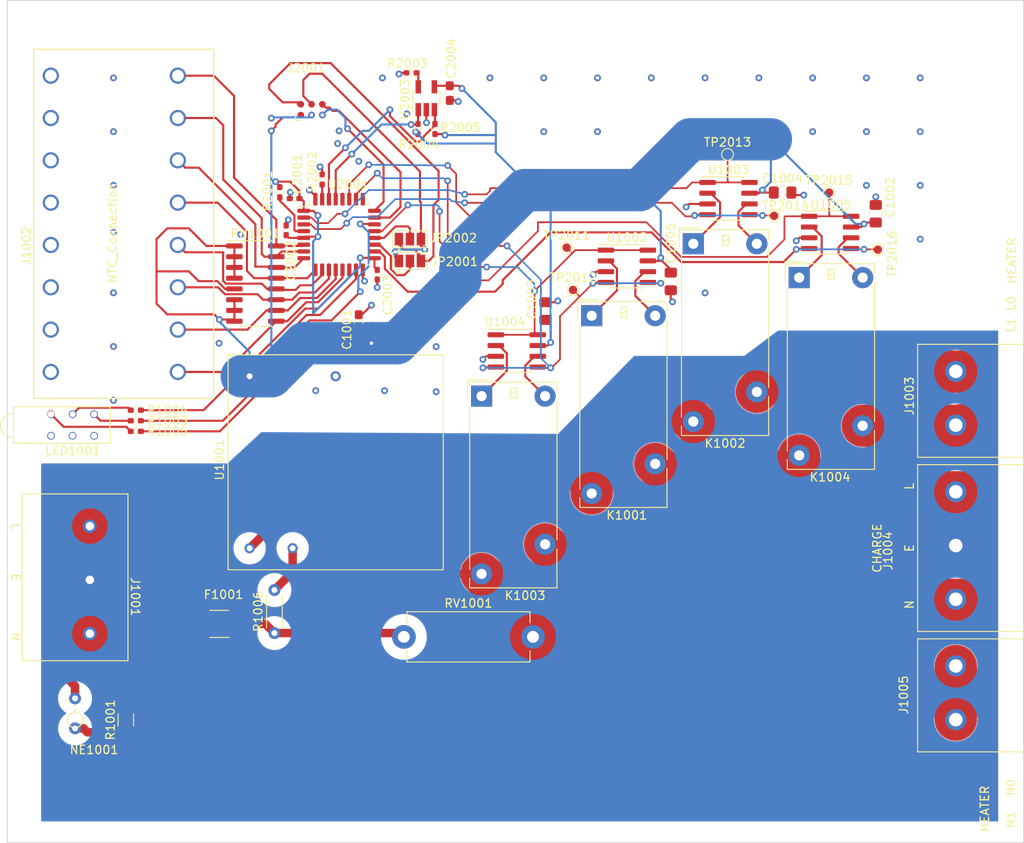
<source format=kicad_pcb>
(kicad_pcb (version 20211014) (generator pcbnew)
  (layers (0 "F.Cu" signal) (1 "In1.Cu" power) (2 "In2.Cu" power) (31 "B.Cu" signal) (34 "B.Paste" user) (35 "F.Paste" user) (36 "B.SilkS" user "B.Silkscreen") (37 "F.SilkS" user "F.Silkscreen") (38 "B.Mask" user) (39 "F.Mask" user) (44 "Edge.Cuts" user))
  (net 0 "")
  (net 1 "+3V3")
  (net 2 "GND")
  (net 3 "/L_IN")
  (net 4 "/E_GND_IN")
  (net 5 "/N_IN")
  (net 6 "/L_HEATER0")
  (net 7 "/L_HEATER1")
  (net 8 "/L_OUT")
  (net 9 "/N_OUT")
  (net 10 "/MCU/UART_TX")
  (net 11 "/MCU/UART_RX")
  (net 12 "/MCU/SWDCLK")
  (net 13 "/MCU/SWDIO")
  (net 14 "/MCU/MCU_RX")
  (net 15 "/MCU/MCU_TX")
  (net 16 "Net-(K1001-Pad1)")
  (net 17 "Net-(K1003-Pad1)")
  (net 18 "Net-(LED1001-Pad2)")
  (net 19 "Net-(LED1001-Pad4)")
  (net 20 "Net-(LED1001-Pad6)")
  (net 21 "/R")
  (net 22 "/Y")
  (net 23 "/G")
  (net 24 "Net-(R2001-Pad2)")
  (net 25 "Net-(R2002-Pad1)")
  (net 26 "Net-(R2003-Pad1)")
  (net 27 "/MCU/I2C_SCL")
  (net 28 "/MCU/I2C_SDA")
  (net 29 "/MCU/NTC0")
  (net 30 "/MCU/NTC1")
  (net 31 "/MCU/NTC2")
  (net 32 "/MCU/NTC3")
  (net 33 "/MCU/NTC4")
  (net 34 "/MCU/NTC5")
  (net 35 "/MCU/NTC6")
  (net 36 "/MCU/NTC7")
  (net 37 "/_AC_FUSE")
  (net 38 "/_NEON")
  (net 39 "/ACIN_L")
  (net 41 "Net-(K1002-Pad1)")
  (net 42 "Net-(K1001-Pad6)")
  (net 43 "Net-(K1002-Pad6)")
  (net 44 "Net-(K1004-Pad1)")
  (net 45 "Net-(K1003-Pad6)")
  (net 46 "Net-(K1004-Pad6)")
  (net 47 "/CR+")
  (net 48 "/CR-")
  (net 49 "/HR0+")
  (net 50 "/HR0-")
  (net 51 "/HR1+")
  (net 52 "/HR1-")
  (footprint "Library:OSTT7030150" (layer "F.Cu") (at 161.99 152.75 90)
    (fp_text reference "J1004")
    (fp_text value "Conn_01x03_Female")
  )
  (footprint "Capacitor_SMD:C_0805_2012Metric_Pad1.18x1.45mm_HandSolder" (layer "F.Cu") (at 113.54 118.7 90)
    (fp_text reference "C1003")
    (fp_text value "2.2uF")
  )
  (footprint "Library:736-108" (layer "F.Cu") (at 55.1406 125.8915 90)
    (fp_text reference "J1002")
    (fp_text value "NTC_Connection")
  )
  (footprint "Library:LD03-23B03R2" (layer "F.Cu") (at 76.0725 149.2625 90)
    (fp_text reference "U1001")
    (fp_text value "LD03-23B03R2")
  )
  (footprint "Resistor_THT:R_Axial_DIN0614_L14.3mm_D5.7mm_P15.24mm_Horizontal" (layer "F.Cu") (at 96.83 157.19)
    (fp_text reference "RV1001")
    (fp_text value "B72214S0351K101")
  )
  (footprint "Capacitor_SMD:C_0603_1608Metric_Pad1.08x0.95mm_HandSolder" (layer "F.Cu") (at 102.2475 92.9425 -90)
    (fp_text reference "C2004")
    (fp_text value "0.1uF")
  )
  (footprint "Package_SO:SOIC-8_3.9x4.9mm_P1.27mm" (layer "F.Cu") (at 123.1575 113.4075)
    (fp_text reference "U1002")
    (fp_text value "DMHC4035LSD")
  )
  (footprint "TestPoint:TestPoint_Pad_D1.0mm" (layer "F.Cu") (at 135.04 100.2)
    (fp_text reference "TP2013")
    (fp_text value "TestPoint")
  )
  (footprint "Library:OSTT7020150" (layer "F.Cu") (at 161.26 166.665 90)
    (fp_text reference "J1005")
    (fp_text value "Conn_01x02_Female")
  )
  (footprint "Library:WP934SA_LILYLGD" (layer "F.Cu") (at 60.2495 133.4285)
    (fp_text reference "LED1001")
    (fp_text value "WP934SA")
  )
  (footprint "Resistor_SMD:R_0402_1005Metric_Pad0.72x0.64mm_HandSolder" (layer "F.Cu") (at 65.1775 130.4075)
    (fp_text reference "R1004")
    (fp_text value "1.1k")
  )
  (footprint "Capacitor_SMD:C_0402_1005Metric_Pad0.74x0.62mm_HandSolder" (layer "F.Cu") (at 83.9275 105.4075 180)
    (fp_text reference "C2001")
    (fp_text value "0.1u")
  )
  (footprint "Connector:Tag-Connect_TC2030-IDC-FP_2x03_P1.27mm_Vertical" (layer "F.Cu") (at 85.9275 94.9075)
    (fp_text reference "J2001")
    (fp_text value "TAG_CONNECT")
  )
  (footprint "TestPoint:TestPoint_Pad_D1.0mm" (layer "F.Cu") (at 116.79 116.2)
    (fp_text reference "TP2012")
    (fp_text value "TestPoint")
  )
  (footprint "Capacitor_SMD:C_0402_1005Metric_Pad0.74x0.62mm_HandSolder" (layer "F.Cu") (at 82.9275 109.1575 90)
    (fp_text reference "C2002")
    (fp_text value "0.1u")
  )
  (footprint "Capacitor_SMD:C_0603_1608Metric_Pad1.08x0.95mm_HandSolder" (layer "F.Cu") (at 91.5 120 90)
    (fp_text reference "C1001")
    (fp_text value "2.2u")
  )
  (footprint "Capacitor_SMD:C_0805_2012Metric_Pad1.18x1.45mm_HandSolder" (layer "F.Cu") (at 128.34 115.2 -90)
    (fp_text reference "C1005")
    (fp_text value "2.2u")
  )
  (footprint "TestPoint:TestPoint_Pad_D1.0mm" (layer "F.Cu") (at 140.54 107.45)
    (fp_text reference "TP2014")
    (fp_text value "TestPoint")
  )
  (footprint "TestPoint:TestPoint_Pad_D1.0mm" (layer "F.Cu") (at 116.04 111.2)
    (fp_text reference "TP2011")
    (fp_text value "TestPoint")
  )
  (footprint "Jumper:SolderJumper-3_P1.3mm_Open_Pad1.0x1.5mm" (layer "F.Cu") (at 97.54 110.2)
    (fp_text reference "JP2002")
    (fp_text value "SolderJumper_3_Open")
  )
  (footprint "Resistor_THT:R_Axial_DIN0204_L3.6mm_D1.6mm_P2.54mm_Vertical" (layer "F.Cu") (at 58 167 90)
    (fp_text reference "NE1001")
    (fp_text value "Lamp_Neon")
  )
  (footprint "Capacitor_SMD:C_0805_2012Metric_Pad1.18x1.45mm_HandSolder" (layer "F.Cu") (at 152.54 107.2 90)
    (fp_text reference "C1002")
    (fp_text value "2.2u")
  )
  (footprint "Package_TO_SOT_SMD:SOT-23-5_HandSoldering" (layer "F.Cu") (at 99.4775 93.5575 90)
    (fp_text reference "U2003")
    (fp_text value "24FC01T")
  )
  (footprint "Resistor_THT:R_Axial_DIN0204_L3.6mm_D1.6mm_P5.08mm_Horizontal" (layer "F.Cu") (at 81.54 156.74 90)
    (fp_text reference "R1006")
    (fp_text value "R")
  )
  (footprint "Relay_THT:Relay_1P1T_NO_10x24x18.8mm_Panasonic_ADW11xxxxW_THT" (layer "F.Cu") (at 119 119.25)
    (fp_text reference "K1001")
    (fp_text value "ADW1103HLW")
  )
  (footprint "Package_SO:SOIC-16_3.9x9.9mm_P1.27mm" (layer "F.Cu") (at 79.29 115.45)
    (fp_text reference "RN1001")
    (fp_text value "R_Pack08")
  )
  (footprint "Library:OSTT7030150" (layer "F.Cu") (at 59.75 144.1075 -90)
    (fp_text reference "J1001")
    (fp_text value "Conn_01x03_Female")
  )
  (footprint "Package_QFP:LQFP-32_7x7mm_P0.8mm" (layer "F.Cu") (at 89.1775 109.6575)
    (fp_text reference "U2001")
    (fp_text value "STM32F030K6Tx")
  )
  (footprint "TestPoint:TestPoint_Pad_D1.0mm" (layer "F.Cu") (at 152.79 111.45)
    (fp_text reference "TP2016")
    (fp_text value "TestPoint")
  )
  (footprint "Capacitor_SMD:C_0402_1005Metric_Pad0.74x0.62mm_HandSolder" (layer "F.Cu") (at 93.6775 114.4075 -90)
    (fp_text reference "C2003")
    (fp_text value "0.1u")
  )
  (footprint "TestPoint:TestPoint_Pad_D1.0mm" (layer "F.Cu") (at 147.04 104.7)
    (fp_text reference "TP2015")
    (fp_text value "TestPoint")
  )
  (footprint "Resistor_SMD:R_0402_1005Metric_Pad0.72x0.64mm_HandSolder" (layer "F.Cu") (at 87.1775 103.1575 90)
    (fp_text reference "R2002")
    (fp_text value "100k")
  )
  (footprint "Resistor_SMD:R_0402_1005Metric_Pad0.72x0.64mm_HandSolder" (layer "F.Cu") (at 65.1775 132.9075)
    (fp_text reference "R1005")
    (fp_text value "1.1k")
  )
  (footprint "Resistor_SMD:R_0402_1005Metric_Pad0.72x0.64mm_HandSolder" (layer "F.Cu") (at 65.1775 131.6575)
    (fp_text reference "R1003")
    (fp_text value "1.1k")
  )
  (footprint "Resistor_SMD:R_0402_1005Metric_Pad0.72x0.64mm_HandSolder" (layer "F.Cu") (at 98.4975 97.1925 90)
    (fp_text reference "R2004")
    (fp_text value "4.7k")
  )
  (footprint "Resistor_SMD:R_1206_3216Metric" (layer "F.Cu") (at 64 167 90)
    (fp_text reference "R1001")
    (fp_text value "33k")
  )
  (footprint "Package_SO:SOIC-8_3.9x4.9mm_P1.27mm" (layer "F.Cu") (at 147.1575 109.4075)
    (fp_text reference "U1005")
    (fp_text value "DMHC4035LSD")
  )
  (footprint "Package_SO:SOIC-8_3.9x4.9mm_P1.27mm" (layer "F.Cu") (at 135.1575 105.4075)
    (fp_text reference "U1003")
    (fp_text value "DMHC4035LSD")
  )
  (footprint "Library:OSTT7020150" (layer "F.Cu") (at 161.26 131.865 90)
    (fp_text reference "J1003")
    (fp_text value "Conn_01x02_Female")
  )
  (footprint "Resistor_SMD:R_0402_1005Metric_Pad0.72x0.64mm_HandSolder" (layer "F.Cu") (at 97.7275 90.5575 180)
    (fp_text reference "R2003")
    (fp_text value "0")
  )
  (footprint "Resistor_SMD:R_0402_1005Metric_Pad0.72x0.64mm_HandSolder" (layer "F.Cu") (at 82.1775 104.6575 -90)
    (fp_text reference "R2001")
    (fp_text value "100k")
  )
  (footprint "Library:0680L2000-05" (layer "F.Cu") (at 74.0203 155.6575)
    (fp_text reference "F1001")
    (fp_text value "Fuse")
  )
  (footprint "Jumper:SolderJumper-3_P1.3mm_Open_Pad1.0x1.5mm" (layer "F.Cu") (at 97.54 112.78)
    (fp_text reference "JP2001")
    (fp_text value "SolderJumper_3_Open")
  )
  (footprint "Resistor_SMD:R_0402_1005Metric_Pad0.72x0.64mm_HandSolder" (layer "F.Cu") (at 100.4975 97.1925 90)
    (fp_text reference "R2005")
    (fp_text value "4.7k")
  )
  (footprint "Package_SO:SOIC-8_3.9x4.9mm_P1.27mm" (layer "F.Cu") (at 110.1575 123.4075)
    (fp_text reference "U1004")
    (fp_text value "DMHC4035LSD")
  )
  (footprint "Relay_THT:Relay_1P1T_NO_10x24x18.8mm_Panasonic_ADW11xxxxW_THT" (layer "F.Cu") (at 143.5 114.75)
    (fp_text reference "K1004")
    (fp_text value "ADW1103HLW")
  )
  (footprint "Relay_THT:Relay_1P1T_NO_10x24x18.8mm_Panasonic_ADW11xxxxW_THT" (layer "F.Cu") (at 131 110.75)
    (fp_text reference "K1002")
    (fp_text value "ADW1103HLW")
  )
  (footprint "Relay_THT:Relay_1P1T_NO_10x24x18.8mm_Panasonic_ADW11xxxxW_THT" (layer "F.Cu") (at 106 128.75)
    (fp_text reference "K1003")
    (fp_text value "ADW1103HLW")
  )
  (footprint "Capacitor_SMD:C_0805_2012Metric_Pad1.18x1.45mm_HandSolder" (layer "F.Cu") (at 141.54 104.7)
    (fp_text reference "C1004")
    (fp_text value "2.2uF")
  )
  (gr_line (start 50 82) (end 50 181.5) (layer "Edge.Cuts") (width 0.1))
  (gr_line (start 50 82) (end 170 82) (layer "Edge.Cuts") (width 0.1))
  (gr_line (start 170 82) (end 170 181.5) (layer "Edge.Cuts") (width 0.1))
  (gr_line (start 50 181.5) (end 170 181.5) (layer "Edge.Cuts") (width 0.1))
  (gr_text "N" (at 156.52 153.38 90) (layer "F.SilkS") (effects (font (size 1 1))))
  (gr_text "L" (at 156.52 139.41 90) (layer "F.SilkS") (effects (font (size 1 1))))
  (gr_text "CHARGE" (at 152.71 146.7 90) (layer "F.SilkS") (effects (font (size 1 1))))
  (gr_text "L0" (at 168.5 117.82 90) (layer "F.SilkS") (effects (font (size 1 1))))
  (gr_text "N" (at 51 157.1575 270) (layer "F.SilkS") (effects (font (size 1 1))))
  (gr_text "N0" (at 168.44 174.97 90) (layer "F.SilkS") (effects (font (size 1 1))))
  (gr_text "E" (at 51 150.1575 270) (layer "F.SilkS") (effects (font (size 1 1))))
  (gr_text "L" (at 51 144.1575 270) (layer "F.SilkS") (effects (font (size 1 1))))
  (gr_text "HEATER" (at 168.5925 112.74 90) (layer "F.SilkS") (effects (font (size 1 1))))
  (gr_text "HEATER" (at 165.41 177.51 90) (layer "F.SilkS") (effects (font (size 1 1))))
  (gr_text "L1" (at 168.5 120.36 90) (layer "F.SilkS") (effects (font (size 1 1))))
  (gr_text "E" (at 156.52 146.7 90) (layer "F.SilkS") (effects (font (size 1 1))))
  (gr_text "N1" (at 168.5 178.78 90) (layer "F.SilkS") (effects (font (size 1 1))))
  (segment (start 76.815 116.085) (end 75.716396 116.085) (width 0.25) (layer "F.Cu") (net 1))
  (segment (start 137.6325 104.7725) (end 137.705 104.7) (width 0.25) (layer "F.Cu") (net 1))
  (segment (start 128.34 114.1625) (end 128.34 113.8) (width 0.25) (layer "F.Cu") (net 1))
  (segment (start 127.3125 112.7725) (end 125.6325 112.7725) (width 0.25) (layer "F.Cu") (net 1))
  (segment (start 75.04 119.7) (end 76.62 119.7) (width 0.25) (layer "F.Cu") (net 1))
  (segment (start 93.3525 113.515) (end 93.6775 113.84) (width 0.25) (layer "F.Cu") (net 1))
  (segment (start 114.1575 120.355) (end 113.54 119.7375) (width 0.25) (layer "F.Cu") (net 1))
  (segment (start 76.76 110.95) (end 76.815 111.005) (width 0.25) (layer "F.Cu") (net 1))
  (segment (start 113.7925 122.7725) (end 114.1575 122.4075) (width 0.25) (layer "F.Cu") (net 1))
  (segment (start 98.4975 97.79) (end 98.47027 97.79) (width 0.25) (layer "F.Cu") (net 1))
  (segment (start 151.3275 108.2375) (end 151.1575 108.4075) (width 0.25) (layer "F.Cu") (net 1))
  (segment (start 150.7925 108.7725) (end 151.1575 108.4075) (width 0.25) (layer "F.Cu") (net 1))
  (segment (start 126.7925 112.7725) (end 127.1575 112.4075) (width 0.25) (layer "F.Cu") (net 1))
  (segment (start 76.815 111.005) (end 76.815 112.275) (width 0.25) (layer "F.Cu") (net 1))
  (segment (start 76.815 117.355) (end 76.815 118.625) (width 0.25) (layer "F.Cu") (net 1))
  (segment (start 112.6325 122.7725) (end 113.7925 122.7725) (width 0.25) (layer "F.Cu") (net 1))
  (segment (start 83.4075 103.4075) (end 81.6775 103.4075) (width 0.25) (layer "F.Cu") (net 1))
  (segment (start 83.26 110.0575) (end 82.9275 109.725) (width 0.25) (layer "F.Cu") (net 1))
  (segment (start 67.62 114.01) (end 67.62 117.82) (width 0.25) (layer "F.Cu") (net 1))
  (segment (start 84.6575 95.5425) (end 84.382199 95.817801) (width 0.25) (layer "F.Cu") (net 1))
  (segment (start 86.6775 109.9075) (end 85.1525 109.9075) (width 0.25) (layer "F.Cu") (net 1))
  (segment (start 67.62 117.82) (end 68.89 119.09) (width 0.25) (layer "F.Cu") (net 1))
  (segment (start 102.2475 92.08) (end 103.35 92.08) (width 0.25) (layer "F.Cu") (net 1))
  (segment (start 100.4975 97.79) (end 101.56 97.79) (width 0.25) (layer "F.Cu") (net 1))
  (segment (start 152.54 108.2375) (end 151.3275 108.2375) (width 0.25) (layer "F.Cu") (net 1))
  (segment (start 76.815 113.545) (end 76.815 114.815) (width 0.25) (layer "F.Cu") (net 1))
  (segment (start 137.705 104.7) (end 140.5025 104.7) (width 0.25) (layer "F.Cu") (net 1))
  (segment (start 84.495 104.495) (end 83.4075 103.4075) (width 0.25) (layer "F.Cu") (net 1))
  (segment (start 68.89 108.93) (end 67.62 110.2) (width 0.25) (layer "F.Cu") (net 1))
  (segment (start 85.0025 106.8575) (end 86.1275 106.8575) (width 0.25) (layer "F.Cu") (net 1))
  (segment (start 76.815 112.275) (end 76.815 113.545) (width 0.25) (layer "F.Cu") (net 1))
  (segment (start 85.1525 109.9075) (end 85.0025 110.0575) (width 0.25) (layer "F.Cu") (net 1))
  (segment (start 67.62 110.2) (end 67.62 114.01) (width 0.25) (layer "F.Cu") (net 1))
  (segment (start 103.35 92.08) (end 103.6775 92.4075) (width 0.25) (layer "F.Cu") (net 1))
  (segment (start 73.505 111.005) (end 71.43 108.93) (width 0.25) (layer "F.Cu") (net 1))
  (segment (start 76.815 111.005) (end 73.505 111.005) (width 0.25) (layer "F.Cu") (net 1))
  (segment (start 149.6325 108.7725) (end 150.7925 108.7725) (width 0.25) (layer "F.Cu") (net 1))
  (segment (start 84.6775 105.4075) (end 85.0025 105.7325) (width 0.25) (layer "F.Cu") (net 1))
  (segment (start 82.1775 104.06) (end 82.1775 103.9075) (width 0.25) (layer "F.Cu") (net 1))
  (segment (start 138.7925 104.7725) (end 139.1575 104.4075) (width 0.25) (layer "F.Cu") (net 1))
  (segment (start 75.716396 116.085) (end 74.798396 115.167) (width 0.25) (layer "F.Cu") (net 1))
  (segment (start 137.6325 104.7725) (end 138.7925 104.7725) (width 0.25) (layer "F.Cu") (net 1))
  (segment (start 74.43 119.09) (end 75.04 119.7) (width 0.25) (layer "F.Cu") (net 1))
  (segment (start 72.587 115.167) (end 71.43 114.01) (width 0.25) (layer "F.Cu") (net 1))
  (segment (start 114.1575 122.4075) (end 114.1575 120.355) (width 0.25) (layer "F.Cu") (net 1))
  (segment (start 68.89 119.09) (end 74.43 119.09) (width 0.25) (layer "F.Cu") (net 1))
  (segment (start 93.3525 112.4575) (end 93.3525 113.515) (width 0.25) (layer "F.Cu") (net 1))
  (segment (start 76.62 119.7) (end 76.815 119.895) (width 0.25) (layer "F.Cu") (net 1))
  (segment (start 85.0025 105.7325) (end 85.0025 106.8575) (width 0.25) (layer "F.Cu") (net 1))
  (segment (start 82.517199 95.817801) (end 81.6775 96.6575) (width 0.25) (layer "F.Cu") (net 1))
  (segment (start 74.798396 115.167) (end 72.587 115.167) (width 0.25) (layer "F.Cu") (net 1))
  (segment (start 91.5 120.8625) (end 91.5 121) (width 0.25) (layer "F.Cu") (net 1))
  (segment (start 98.47027 97.79) (end 98.223696 97.543426) (width 0.25) (layer "F.Cu") (net 1))
  (segment (start 71.43 108.93) (end 68.89 108.93) (width 0.25) (layer "F.Cu") (net 1))
  (segment (start 84.495 105.4075) (end 84.495 104.495) (width 0.25) (layer "F.Cu") (net 1))
  (segment (start 76.815 118.625) (end 76.815 119.895) (width 0.25) (layer "F.Cu") (net 1))
  (segment (start 128.34 113.8) (end 127.3125 112.7725) (width 0.25) (layer "F.Cu") (net 1))
  (segment (start 86.1275 106.8575) (end 86.6775 107.4075) (width 0.25) (layer "F.Cu") (net 1))
  (segment (start 101.56 97.79) (end 101.6775 97.9075) (width 0.25) (layer "F.Cu") (net 1))
  (segment (start 100.555 92.08) (end 100.4275 92.2075) (width 0.25) (layer "F.Cu") (net 1))
  (segment (start 81.6775 96.6575) (end 81.6775 96.9075) (width 0.25) (layer "F.Cu") (net 1))
  (segment (start 85.0025 110.0575) (end 83.26 110.0575) (width 0.25) (layer "F.Cu") (net 1))
  (segment (start 91.6775 112.4075) (end 93.3025 112.4075) (width 0.25) (layer "F.Cu") (net 1))
  (segment (start 91.5 121) (end 93 122.5) (width 0.25) (layer "F.Cu") (net 1))
  (segment (start 93.3025 112.4075) (end 93.3525 112.4575) (width 0.25) (layer "F.Cu") (net 1))
  (segment (start 82.1775 103.9075) (end 81.6775 103.4075) (width 0.25) (layer "F.Cu") (net 1))
  (segment (start 81.6775 96.9075) (end 81.1775 97.4075) (width 0.25) (layer "F.Cu") (net 1))
  (segment (start 84.495 105.4075) (end 84.6775 105.4075) (width 0.25) (layer "F.Cu") (net 1))
  (segment (start 125.6325 112.7725) (end 126.7925 112.7725) (width 0.25) (layer "F.Cu") (net 1))
  (segment (start 102.2475 92.08) (end 100.555 92.08) (width 0.25) (layer "F.Cu") (net 1))
  (segment (start 71.43 114.01) (end 67.62 114.01) (width 0.25) (layer "F.Cu") (net 1))
  (segment (start 84.382199 95.817801) (end 82.517199 95.817801) (width 0.25) (layer "F.Cu") (net 1))
  (via (at 98.223696 97.543426) (size 0.8) (drill 0.4) (layers "F.Cu" "B.Cu") (net 1))
  (via (at 103.6775 92.4075) (size 0.8) (drill 0.4) (layers "F.Cu" "B.Cu") (net 1))
  (via (at 127.1575 112.4075) (size 0.8) (drill 0.4) (layers "F.Cu" "B.Cu") (net 1))
  (via (at 151.1575 108.4075) (size 0.8) (drill 0.4) (layers "F.Cu" "B.Cu") (net 1))
  (via (at 81.1775 97.4075) (size 0.8) (drill 0.4) (layers "F.Cu" "B.Cu") (net 1))
  (via (at 114.1575 122.4075) (size 0.8) (drill 0.4) (layers "F.Cu" "B.Cu") (net 1))
  (via (at 75.04 119.7) (size 0.8) (drill 0.4) (layers "F.Cu" "B.Cu") (net 1))
  (via (at 139.1575 104.4075) (size 0.8) (drill 0.4) (layers "F.Cu" "B.Cu") (net 1))
  (via (at 101.6775 97.9075) (size 0.8) (drill 0.4) (layers "F.Cu" "B.Cu") (net 1))
  (via (at 81.6775 103.4075) (size 0.8) (drill 0.4) (layers "F.Cu" "B.Cu") (net 1))
  (via (at 91.6775 112.4075) (size 0.8) (drill 0.4) (layers "F.Cu" "B.Cu") (net 1))
  (via (at 86.6775 107.4075) (size 0.8) (drill 0.4) (layers "F.Cu" "B.Cu") (net 1))
  (via (at 93 122.5) (size 0.8) (drill 0.4) (layers "F.Cu" "B.Cu") (net 1))
  (via (at 86.6775 109.9075) (size 0.8) (drill 0.4) (layers "F.Cu" "B.Cu") (net 1))
  (segment (start 81.6775 103.4075) (end 81.1775 103.4075) (width 0.25) (layer "B.Cu") (net 1))
  (segment (start 114.1575 122.4075) (end 114.1575 106.4075) (width 0.25) (layer "B.Cu") (net 1))
  (segment (start 107.6775 97.9075) (end 107.6775 96.4075) (width 0.25) (layer "B.Cu") (net 1))
  (segment (start 86.1125 118.9725) (end 91.6775 113.4075) (width 0.25) (layer "B.Cu") (net 1))
  (segment (start 103.5 112) (end 103.5 115) (width 5) (layer "B.Cu") (net 1))
  (segment (start 78.6125 126.4025) (end 78.6125 123.5225) (width 0.25) (layer "B.Cu") (net 1))
  (segment (start 75.04 119.95) (end 75.04 119.7) (width 0.25) (layer "B.Cu") (net 1))
  (segment (start 81.1775 97.4075) (end 81.1775 103.4075) (width 0.25) (layer "B.Cu") (net 1))
  (segment (start 86.1125 110.4725) (end 86.6775 109.9075) (width 0.25) (layer "B.Cu") (net 1))
  (segment (start 96 122.5) (end 93 122.5) (width 5) (layer "B.Cu") (net 1))
  (segment (start 124.6575 104.4075) (end 127.1575 106.9075) (width 0.25) (layer "B.Cu") (net 1))
  (segment (start 81.1775 126.3975) (end 81.1825 126.4025) (width 0.25) (layer "B.Cu") (net 1))
  (segment (start 93 122.5) (end 85.085 122.5) (width 5) (layer "B.Cu") (net 1))
  (segment (start 85.085 122.5) (end 81.1825 126.4025) (width 5) (layer "B.Cu") (net 1))
  (segment (start 75.04 119.7) (end 74.761357 119.421357) (width 0.25) (layer "B.Cu") (net 1))
  (segment (start 112.1575 104.4075) (end 107.6775 99.9275) (width 0.25) (layer "B.Cu") (net 1))
  (segment (start 103.5 115) (end 96 122.5) (width 5) (layer "B.Cu") (net 1))
  (segment (start 86.1125 118.9725) (end 86.1125 110.4725) (width 0.25) (layer "B.Cu") (net 1))
  (segment (start 98.223696 97.543426) (end 99.58777 98.9075) (width 0.25) (layer "B.Cu") (net 1))
  (segment (start 84 123) (end 80.5975 126.4025) (width 0.25) (layer "B.Cu") (net 1))
  (segment (start 107.6775 96.4075) (end 103.6775 92.4075) (width 0.25) (layer "B.Cu") (net 1))
  (segment (start 124.6575 104.4075) (end 130.6575 98.4075) (width 5) (layer "B.Cu") (net 1))
  (segment (start 127.1575 106.9075) (end 127.1575 112.4075) (width 0.25) (layer "B.Cu") (net 1))
  (segment (start 81.1775 103.4075) (end 81.1775 126.3975) (width 0.25) (layer "B.Cu") (net 1))
  (segment (start 140.1575 98.4075) (end 150.1575 108.4075) (width 0.25) (layer "B.Cu") (net 1))
  (segment (start 150.1575 108.4075) (end 151.1575 108.4075) (width 0.25) (layer "B.Cu") (net 1))
  (segment (start 112.1575 104.4075) (end 124.6575 104.4075) (width 5) (layer "B.Cu") (net 1))
  (segment (start 101.6775 97.9075) (end 107.6775 97.9075) (width 0.25) (layer "B.Cu") (net 1))
  (segment (start 114.1575 106.4075) (end 112.1575 104.4075) (width 0.25) (layer "B.Cu") (net 1))
  (segment (start 140.1575 103.4075) (end 140.1575 98.4075) (width 0.25) (layer "B.Cu") (net 1))
  (segment (start 130.6575 98.4075) (end 140.1575 98.4075) (width 5) (layer "B.Cu") (net 1))
  (segment (start 111.0925 104.4075) (end 103.5 112) (width 5) (layer "B.Cu") (net 1))
  (segment (start 139.1575 104.4075) (end 140.1575 103.4075) (width 0.25) (layer "B.Cu") (net 1))
  (segment (start 107.6775 98.9075) (end 107.6775 97.9075) (width 0.25) (layer "B.Cu") (net 1))
  (segment (start 80.5975 126.4025) (end 78.6125 126.4025) (width 0.25) (layer "B.Cu") (net 1))
  (segment (start 112.1575 104.4075) (end 111.0925 104.4075) (width 5) (layer "B.Cu") (net 1))
  (segment (start 86.6775 109.9075) (end 86.6775 107.4075) (width 0.25) (layer "B.Cu") (net 1))
  (segment (start 107.6775 99.9275) (end 107.6775 98.9075) (width 0.25) (layer "B.Cu") (net 1))
  (segment (start 91.6775 113.4075) (end 91.6775 112.4075) (width 0.25) (layer "B.Cu") (net 1))
  (segment (start 99.58777 98.9075) (end 107.6775 98.9075) (width 0.25) (layer "B.Cu") (net 1))
  (segment (start 78.6125 123.5225) (end 75.04 119.95) (width 0.25) (layer "B.Cu") (net 1))
  (segment (start 77.6825 126.4025) (end 81.1825 126.4025) (width 5) (layer "B.Cu") (net 1))
  (segment (start 97.13 90.5575) (end 96.3825 90.5575) (width 0.25) (layer "F.Cu") (net 2))
  (segment (start 102.2475 93.805) (end 103.11 93.805) (width 0.25) (layer "F.Cu") (net 2))
  (segment (start 103.11 93.805) (end 103.2475 93.9425) (width 0.25) (layer "F.Cu") (net 2))
  (segment (start 114.8375 117.6625) (end 115 117.5) (width 0.25) (layer "F.Cu") (net 2))
  (segment (start 130.5225 106.0425) (end 130.1575 106.4075) (width 0.25) (layer "F.Cu") (net 2))
  (segment (start 82.9275 108.59) (end 82.9275 108.1575) (width 0.25) (layer "F.Cu") (net 2))
  (segment (start 93.6775 114.975) (end 93.6775 115.9075) (width 0.25) (layer "F.Cu") (net 2))
  (segment (start 83.36 104.725) (end 83.4275 104.6575) (width 0.25) (layer "F.Cu") (net 2))
  (segment (start 144.6825 110.0425) (end 143.5225 110.0425) (width 0.25) (layer "F.Cu") (net 2))
  (segment (start 132.6825 106.0425) (end 130.5225 106.0425) (width 0.25) (layer "F.Cu") (net 2))
  (segment (start 99.4775 94.9075) (end 99.4775 96.4225) (width 0.25) (layer "F.Cu") (net 2))
  (segment (start 86.3775 105.4825) (end 86.3775 105.1075) (width 0.25) (layer "F.Cu") (net 2))
  (segment (start 106.5225 124.0425) (end 106.1575 124.4075) (width 0.25) (layer "F.Cu") (net 2))
  (segment (start 91.9775 114.9575) (end 92.1775 115.1575) (width 0.25) (layer "F.Cu") (net 2))
  (segment (start 113.54 117.6625) (end 114.8375 117.6625) (width 0.25) (layer "F.Cu") (net 2))
  (segment (start 91.8625 119.1375) (end 93 118) (width 0.25) (layer "F.Cu") (net 2))
  (segment (start 144.04 105) (end 142.8775 105) (width 0.25) (layer "F.Cu") (net 2))
  (segment (start 91.5 119.1375) (end 91.8625 119.1375) (width 0.25) (layer "F.Cu") (net 2))
  (segment (start 87.1775 102.56) (end 87.1775 101.9075) (width 0.25) (layer "F.Cu") (net 2))
  (segment (start 83.36 105.4075) (end 83.36 104.725) (width 0.25) (layer "F.Cu") (net 2))
  (segment (start 87.1775 101.9075) (end 86.9275 101.6575) (width 0.25) (layer "F.Cu") (net 2))
  (segment (start 128.34 116.2375) (end 128.34 117.4) (width 0.25) (layer "F.Cu") (net 2))
  (segment (start 142.8775 105) (end 142.5775 104.7) (width 0.25) (layer "F.Cu") (net 2))
  (segment (start 91.9775 113.8325) (end 91.9775 114.9575) (width 0.25) (layer "F.Cu") (net 2))
  (segment (start 120.6825 114.0425) (end 119.5225 114.0425) (width 0.25) (layer "F.Cu") (net 2))
  (segment (start 86.3775 105.1075) (end 85.6775 104.4075) (width 0.25) (layer "F.Cu") (net 2))
  (segment (start 119.5225 114.0425) (end 119.1575 114.4075) (width 0.25) (layer "F.Cu") (net 2))
  (segment (start 152.54 106.1625) (end 152.54 105.2) (width 0.25) (layer "F.Cu") (net 2))
  (segment (start 143.5225 110.0425) (end 143.1575 110.4075) (width 0.25) (layer "F.Cu") (net 2))
  (segment (start 82.9275 108.1575) (end 83.1775 107.9075) (width 0.25) (layer "F.Cu") (net 2))
  (segment (start 107.6825 124.0425) (end 106.5225 124.0425) (width 0.25) (layer "F.Cu") (net 2))
  (segment (start 99.4775 96.4225) (end 99.4975 96.4425) (width 0.25) (layer "F.Cu") (net 2))
  (segment (start 128.34 117.4) (end 128.54 117.6) (width 0.25) (layer "F.Cu") (net 2))
  (segment (start 96.3825 90.5575) (end 96.2475 90.6925) (width 0.25) (layer "F.Cu") (net 2))
  (via (at 75 122.5) (size 0.8) (drill 0.4) (layers "F.Cu" "B.Cu") (net 2))
  (via (at 62.539999 122.883482) (size 0.8) (drill 0.4) (layers "F.Cu" "B.Cu") (net 2))
  (via (at 157.79 110.2) (size 0.8) (drill 0.4) (layers "F.Cu" "B.Cu") (net 2))
  (via (at 62.54 109.4075) (size 0.8) (drill 0.4) (layers "F.Cu" "B.Cu") (net 2))
  (via (at 97.1775 95.4075) (size 0.8) (drill 0.4) (layers "F.Cu" "B.Cu") (net 2))
  (via (at 89 98.9075) (size 0.8) (drill 0.4) (layers "F.Cu" "B.Cu") (net 2))
  (via (at 151.44 97.5) (size 0.8) (drill 0.4) (layers "F.Cu" "B.Cu") (net 2))
  (via (at 62.54 103.85) (size 0.8) (drill 0.4) (layers "F.Cu" "B.Cu") (net 2))
  (via (at 62.539999 116.536785) (size 0.8) (drill 0.4) (layers "F.Cu" "B.Cu") (net 2))
  (via (at 145.09 97.5) (size 0.8) (drill 0.4) (layers "F.Cu" "B.Cu") (net 2))
  (via (at 94.544 128.107) (size 0.8) (drill 0.4) (layers "F.Cu" "B.Cu") (net 2))
  (via (at 138.74 91.15) (size 0.8) (drill 0.4) (layers "F.Cu" "B.Cu") (net 2))
  (via (at 86.9275 101.6575) (size 0.8) (drill 0.4) (layers "F.Cu" "B.Cu") (net 2))
  (via (at 119.69 91.15) (size 0.8) (drill 0.4) (layers "F.Cu" "B.Cu") (net 2))
  (via (at 143.1575 110.4075) (size 0.8) (drill 0.4) (layers "F.Cu" "B.Cu") (net 2))
  (via (at 151.44 91.15) (size 0.8) (drill 0.4) (layers "F.Cu" "B.Cu") (net 2))
  (via (at 94.29 91.15) (size 0.8) (drill 0.4) (layers "F.Cu" "B.Cu") (net 2))
  (via (at 106.1575 124.4075) (size 0.8) (drill 0.4) (layers "F.Cu" "B.Cu") (net 2))
  (via (at 62.54 97.5) (size 0.8) (drill 0.4) (layers "F.Cu" "B.Cu") (net 2))
  (via (at 126.04 91.15) (size 0.8) (drill 0.4) (layers "F.Cu" "B.Cu") (net 2))
  (via (at 89.1775 97.4075) (size 0.8) (drill 0.4) (layers "F.Cu" "B.Cu") (net 2))
  (via (at 119.1575 114.4075) (size 0.8) (drill 0.4) (layers "F.Cu" "B.Cu") (net 2))
  (via (at 62.54 91.15) (size 0.8) (drill 0.4) (layers "F.Cu" "B.Cu") (net 2))
  (via (at 113.34 91.15) (size 0.8) (drill 0.4) (layers "F.Cu" "B.Cu") (net 2))
  (via (at 83.4275 104.6575) (size 0.8) (drill 0.4) (layers "F.Cu" "B.Cu") (net 2))
  (via (at 100.64 122.9) (size 0.8) (drill 0.4) (layers "F.Cu" "B.Cu") (net 2))
  (via (at 151.44 103.85) (size 0.8) (drill 0.4) (layers "F.Cu" "B.Cu") (net 2))
  (via (at 144.04 105) (size 0.8) (drill 0.4) (layers "F.Cu" "B.Cu") (net 2))
  (via (at 93.6775 115.9075) (size 0.8) (drill 0.4) (layers "F.Cu" "B.Cu") (net 2))
  (via (at 83.1775 107.9075) (size 0.8) (drill 0.4) (layers "F.Cu" "B.Cu") (net 2))
  (via (at 86.416 128.107) (size 0.8) (drill 0.4) (layers "F.Cu" "B.Cu") (net 2))
  (via (at 106.99 91.15) (size 0.8) (drill 0.4) (layers "F.Cu" "B.Cu") (net 2))
  (via (at 132.39 116.55) (size 0.8) (drill 0.4) (layers "F.Cu" "B.Cu") (net 2))
  (via (at 85.6775 104.4075) (size 0.8) (drill 0.4) (layers "F.Cu" "B.Cu") (net 2))
  (via (at 113.34 97.5) (size 0.8) (drill 0.4) (layers "F.Cu" "B.Cu") (net 2))
  (via (at 93 118) (size 0.8) (drill 0.4) (layers "F.Cu" "B.Cu") (net 2))
  (via (at 119.69 97.5) (size 0.8) (drill 0.4) (layers "F.Cu" "B.Cu") (net 2))
  (via (at 62.54 129.25) (size 0.8) (drill 0.4) (layers "F.Cu" "B.Cu") (net 2))
  (via (at 132.39 91.15) (size 0.8) (drill 0.4) (layers "F.Cu" "B.Cu") (net 2))
  (via (at 99.4975 96.4425) (size 0.8) (drill 0.4) (layers "F.Cu" "B.Cu") (net 2))
  (via (at 145.09 91.15) (size 0.8) (drill 0.4) (layers "F.Cu" "B.Cu") (net 2))
  (via (at 77.568926 109.64785) (size 0.8) (drill 0.4) (layers "F.Cu" "B.Cu") (net 2))
  (via (at 157.79 97.5) (size 0.8) (drill 0.4) (layers "F.Cu" "B.Cu") (net 2))
  (via (at 130.1575 106.4075) (size 0.8) (drill 0.4) (layers "F.Cu" "B.Cu") (net 2))
  (via (at 115 117.5) (size 0.8) (drill 0.4) (layers "F.Cu" "B.Cu") (net 2))
  (via (at 92.1775 115.1575) (size 0.8) (drill 0.4) (layers "F.Cu" "B.Cu") (net 2))
  (via (at 103.2475 93.9425) (size 0.8) (drill 0.4) (layers "F.Cu" "B.Cu") (net 2))
  (via (at 85.92 95.54) (size 0.8) (drill 0.4) (layers "F.Cu" "B.Cu") (net 2))
  (via (at 152.54 105.2) (size 0.8) (drill 0.4) (layers "F.Cu" "B.Cu") (net 2))
  (via (at 157.79 103.85) (size 0.8) (drill 0.4) (layers "F.Cu" "B.Cu") (net 2))
  (via (at 91.5 101) (size 0.8) (drill 0.4) (layers "F.Cu" "B.Cu") (net 2))
  (via (at 96.2475 90.6925) (size 0.8) (drill 0.4) (layers "F.Cu" "B.Cu") (net 2))
  (via (at 100.64 128.234) (size 0.8) (drill 0.4) (layers "F.Cu" "B.Cu") (net 2))
  (via (at 157.79 91.15) (size 0.8) (drill 0.4) (layers "F.Cu" "B.Cu") (net 2))
  (via (at 81.1775 95.9075) (size 0.8) (drill 0.4) (layers "F.Cu" "B.Cu") (net 2))
  (via (at 128.54 117.6) (size 0.8) (drill 0.4) (layers "F.Cu" "B.Cu") (net 2))
  (segment (start 81.267199 95.817801) (end 81.1775 95.9075) (width 0.25) (layer "B.Cu") (net 2))
  (segment (start 85.767199 95.817801) (end 81.267199 95.817801) (width 0.25) (layer "B.Cu") (net 2))
  (segment (start 85.9275 95.6575) (end 85.767199 95.817801) (width 0.25) (layer "B.Cu") (net 2))
  (segment (start 127.6575 128.6575) (end 128.6575 129.4075) (width 5) (layer "F.Cu") (net 3))
  (segment (start 119 137) (end 119 134.315) (width 5) (layer "F.Cu") (net 3))
  (segment (start 136.9075 137.6575) (end 143.1575 137.6575) (width 5) (layer "F.Cu") (net 3))
  (segment (start 143.1575 137.6575) (end 143.5 137.315) (width 5) (layer "F.Cu") (net 3))
  (segment (start 71.75 155.6575) (end 73.0297 155.6575) (width 1) (layer "F.Cu") (net 3))
  (segment (start 131 131.75) (end 136.9075 137.6575) (width 5) (layer "F.Cu") (net 3))
  (segment (start 124.6575 128.6575) (end 127.6575 128.6575) (width 5) (layer "F.Cu") (net 3))
  (segment (start 63.95 139.9075) (end 71 139.9075) (width 5) (layer "F.Cu") (net 3))
  (segment (start 80.9075 137) (end 119 137) (width 5) (layer "F.Cu") (net 3))
  (segment (start 119 134.315) (end 124.6575 128.6575) (width 5) (layer "F.Cu") (net 3))
  (segment (start 58 164.46) (end 58 163) (width 1) (layer "F.Cu") (net 3))
  (segment (start 71 139.9075) (end 78 139.9075) (width 5) (layer "F.Cu") (net 3))
  (segment (start 68 140.4075) (end 67.5 139.9075) (width 1) (layer "F.Cu") (net 3))
  (segment (start 63.95 139.9075) (end 67.5 139.9075) (width 5) (layer "F.Cu") (net 3))
  (segment (start 55 148.8575) (end 59.75 144.1075) (width 1) (layer "F.Cu") (net 3))
  (segment (start 143.5 137.315) (end 143.5 135.75) (width 5) (layer "F.Cu") (net 3))
  (segment (start 59.75 144.1075) (end 63.95 139.9075) (width 5) (layer "F.Cu") (net 3))
  (segment (start 55 160) (end 55 148.8575) (width 1) (layer "F.Cu") (net 3))
  (segment (start 119 140.25) (end 119 137) (width 5) (layer "F.Cu") (net 3))
  (segment (start 58 163) (end 55 160) (width 1) (layer "F.Cu") (net 3))
  (segment (start 78 139.9075) (end 80.9075 137) (width 5) (layer "F.Cu") (net 3))
  (segment (start 71 154.9075) (end 71.75 155.6575) (width 1) (layer "F.Cu") (net 3))
  (segment (start 128.6575 129.4075) (end 131 131.75) (width 5) (layer "F.Cu") (net 3))
  (segment (start 71 139.9075) (end 71 154.9075) (width 1) (layer "F.Cu") (net 3))
  (segment (start 106 149.75) (end 110.32875 154.07875) (width 5) (layer "F.Cu") (net 5))
  (segment (start 59.75 156.8075) (end 63.9 156.8075) (width 5) (layer "F.Cu") (net 5))
  (segment (start 86.5 142.9075) (end 93.3425 149.75) (width 1) (layer "F.Cu") (net 5))
  (segment (start 111.8775 157.4075) (end 105.8775 163.4075) (width 5) (layer "F.Cu") (net 5))
  (segment (start 68.04625 160.95375) (end 70.5 163.4075) (width 5) (layer "F.Cu") (net 5))
  (segment (start 63.9 156.8075) (end 68.04625 160.95375) (width 5) (layer "F.Cu") (net 5))
  (segment (start 86.5 142.9075) (end 82.4275 142.9075) (width 1) (layer "F.Cu") (net 5))
  (segment (start 64 165) (end 68.04625 160.95375) (width 1) (layer "F.Cu") (net 5))
  (segment (start 161.99 160.625) (end 161.99 166.975) (width 5) (layer "F.Cu") (net 5))
  (segment (start 70.5 163.4075) (end 94.5 163.4075) (width 5) (layer "F.Cu") (net 5))
  (segment (start 64 165.5375) (end 64 165) (width 1) (layer "F.Cu") (net 5))
  (segment (start 93.3425 149.75) (end 106 149.75) (width 1) (layer "F.Cu") (net 5))
  (segment (start 120.1775 163.9275) (end 162.4275 163.9275) (width 5) (layer "F.Cu") (net 5))
  (segment (start 82.4275 142.9075) (end 78.6125 146.7225) (width 1) (layer "F.Cu") (net 5))
  (segment (start 110.32875 154.07875) (end 120.1775 163.9275) (width 5) (layer "F.Cu") (net 5))
  (segment (start 105.8775 163.4075) (end 94.5 163.4075) (width 5) (layer "F.Cu") (net 5))
  (segment (start 155.3475 125.8475) (end 153.1575 123.6575) (width 5) (layer "F.Cu") (net 6))
  (segment (start 162.4275 125.8475) (end 155.3475 125.8475) (width 5) (layer "F.Cu") (net 6))
  (segment (start 153.1575 123.6575) (end 143.0925 123.6575) (width 5) (layer "F.Cu") (net 6))
  (segment (start 143.0925 123.6575) (end 138.5 128.25) (width 5) (layer "F.Cu") (net 6))
  (segment (start 162.375 132.25) (end 162.4275 132.1975) (width 5) (layer "F.Cu") (net 7))
  (segment (start 151 132.25) (end 162.375 132.25) (width 5) (layer "F.Cu") (net 7))
  (segment (start 126.5 136.75) (end 133.9075 144.1575) (width 5) (layer "F.Cu") (net 8))
  (segment (start 158.7075 140.1075) (end 162.4075 140.1075) (width 5) (layer "F.Cu") (net 8))
  (segment (start 154.6575 144.1575) (end 158.7075 140.1075) (width 5) (layer "F.Cu") (net 8))
  (segment (start 133.9075 144.1575) (end 154.6575 144.1575) (width 5) (layer "F.Cu") (net 8))
  (segment (start 113.5 146.25) (end 120.0575 152.8075) (width 5) (layer "F.Cu") (net 9))
  (segment (start 120.0575 152.8075) (end 162.4075 152.8075) (width 5) (layer "F.Cu") (net 9))
  (segment (start 84.6575 94.2725) (end 84.420262 94.035262) (width 0.25) (layer "F.Cu") (net 10))
  (segment (start 98.29 111.7) (end 98.29 111.45) (width 0.25) (layer "F.Cu") (net 10))
  (segment (start 96.89 111.45) (end 96.24 110.8) (width 0.25) (layer "F.Cu") (net 10))
  (segment (start 100.315 112.225) (end 99.76 112.78) (width 0.25) (layer "F.Cu") (net 10))
  (segment (start 100.9275 102.1575) (end 100.9275 105.5625) (width 0.25) (layer "F.Cu") (net 10))
  (segment (start 80.9275 91.9075) (end 83.4275 89.4075) (width 0.25) (layer "F.Cu") (net 10))
  (segment (start 96.24 110.8) (end 96.24 110.2) (width 0.25) (layer "F.Cu") (net 10))
  (segment (start 100.315 106.175) (end 100.315 112.225) (width 0.25) (layer "F.Cu") (net 10))
  (segment (start 84.420262 94.035262) (end 82.505263 94.035262) (width 0.25) (layer "F.Cu") (net 10))
  (segment (start 98.84 112.78) (end 98.84 112.25) (width 0.25) (layer "F.Cu") (net 10))
  (segment (start 99.76 112.78) (end 98.84 112.78) (width 0.25) (layer "F.Cu") (net 10))
  (segment (start 100.9275 105.5625) (end 100.315 106.175) (width 0.25) (layer "F.Cu") (net 10))
  (segment (start 98.29 111.45) (end 96.89 111.45) (width 0.25) (layer "F.Cu") (net 10))
  (segment (start 82.505263 94.035262) (end 80.9275 92.457499) (width 0.25) (layer "F.Cu") (net 10))
  (segment (start 83.4275 89.4075) (end 88.1775 89.4075) (width 0.25) (layer "F.Cu") (net 10))
  (segment (start 84.6575 94.2725) (end 84.2925 94.2725) (width 0.25) (layer "F.Cu") (net 10))
  (segment (start 80.9275 92.457499) (end 80.9275 91.9075) (width 0.25) (layer "F.Cu") (net 10))
  (segment (start 88.1775 89.4075) (end 100.9275 102.1575) (width 0.25) (layer "F.Cu") (net 10))
  (segment (start 98.84 112.25) (end 98.29 111.7) (width 0.25) (layer "F.Cu") (net 10))
  (segment (start 85.699951 90.6575) (end 87.1775 90.6575) (width 0.25) (layer "F.Cu") (net 11))
  (segment (start 98.84 110.980498) (end 99.29 111.430498) (width 0.25) (layer "F.Cu") (net 11))
  (segment (start 98.7275 105.7625) (end 98.84 105.875) (width 0.25) (layer "F.Cu") (net 11))
  (segment (start 98.84 110.2) (end 98.84 110.980498) (width 0.25) (layer "F.Cu") (net 11))
  (segment (start 84.949951 91.4075) (end 85.699951 90.6575) (width 0.25) (layer "F.Cu") (net 11))
  (segment (start 95.797997 112.337997) (end 96.24 112.78) (width 0.25) (layer "F.Cu") (net 11))
  (segment (start 98.7275 102.2075) (end 98.7275 105.7625) (width 0.25) (layer "F.Cu") (net 11))
  (segment (start 95.797997 111.692003) (end 95.797997 112.337997) (width 0.25) (layer "F.Cu") (net 11))
  (segment (start 85.9275 94.2725) (end 84.949951 93.294951) (width 0.25) (layer "F.Cu") (net 11))
  (segment (start 87.1775 90.6575) (end 98.7275 102.2075) (width 0.25) (layer "F.Cu") (net 11))
  (segment (start 98.84 105.875) (end 98.84 110.2) (width 0.25) (layer "F.Cu") (net 11))
  (segment (start 84.949951 93.294951) (end 84.949951 91.4075) (width 0.25) (layer "F.Cu") (net 11))
  (via (at 99.29 111.430498) (size 0.8) (drill 0.4) (layers "F.Cu" "B.Cu") (net 11))
  (via (at 95.797997 111.692003) (size 0.8) (drill 0.4) (layers "F.Cu" "B.Cu") (net 11))
  (segment (start 96.059502 111.430498) (end 95.797997 111.692003) (width 0.25) (layer "B.Cu") (net 11))
  (segment (start 99.29 111.430498) (end 96.059502 111.430498) (width 0.25) (layer "B.Cu") (net 11))
  (segment (start 93.3525 106.8575) (end 94.4275 105.7825) (width 0.25) (layer "F.Cu") (net 12))
  (segment (start 94.4275 105.7825) (end 94.4275 101.4075) (width 0.25) (layer "F.Cu") (net 12))
  (segment (start 94.4275 101.4075) (end 90.1775 97.1575) (width 0.25) (layer "F.Cu") (net 12))
  (via (at 87.2 95.54) (size 0.8) (drill 0.4) (layers "F.Cu" "B.Cu") (net 12))
  (via (at 90.1775 97.1575) (size 0.8) (drill 0.4) (layers "F.Cu" "B.Cu") (net 12))
  (segment (start 87.8325 94.9075) (end 88.9275 94.9075) (width 0.25) (layer "B.Cu") (net 12))
  (segment (start 89.9275 96.9075) (end 90.1775 97.1575) (width 0.25) (layer "B.Cu") (net 12))
  (segment (start 87.2 95.54) (end 87.8325 94.9075) (width 0.25) (layer "B.Cu") (net 12))
  (segment (start 88.9275 94.9075) (end 89.9275 95.9075) (width 0.25) (layer "B.Cu") (net 12))
  (segment (start 89.9275 95.9075) (end 89.9275 96.9075) (width 0.25) (layer "B.Cu") (net 12))
  (segment (start 87.1975 94.2725) (end 87.591199 94.666199) (width 0.25) (layer "F.Cu") (net 13))
  (segment (start 96.4275 102.303199) (end 96.4275 106.4075) (width 0.25) (layer "F.Cu") (net 13))
  (segment (start 89.1775 95.053199) (end 96.4275 102.303199) (width 0.25) (layer "F.Cu") (net 13))
  (segment (start 88.4275 95.053199) (end 89.1775 95.053199) (width 0.25) (layer "F.Cu") (net 13))
  (segment (start 87.591199 94.666199) (end 88.0405 94.666199) (width 0.25) (layer "F.Cu") (net 13))
  (segment (start 95.1775 107.6575) (end 93.3525 107.6575) (width 0.25) (layer "F.Cu") (net 13))
  (segment (start 88.0405 94.666199) (end 88.4275 95.053199) (width 0.25) (layer "F.Cu") (net 13))
  (segment (start 96.4275 106.4075) (end 95.1775 107.6575) (width 0.25) (layer "F.Cu") (net 13))
  (segment (start 95.29 112.208604) (end 95.29 113.73) (width 0.25) (layer "F.Cu") (net 14))
  (segment (start 95.29 113.73) (end 96.01 114.45) (width 0.25) (layer "F.Cu") (net 14))
  (segment (start 93.938896 110.8575) (end 95.29 112.208604) (width 0.25) (layer "F.Cu") (net 14))
  (segment (start 96.87 114.45) (end 97.54 113.78) (width 0.25) (layer "F.Cu") (net 14))
  (segment (start 93.3525 110.8575) (end 93.938896 110.8575) (width 0.25) (layer "F.Cu") (net 14))
  (segment (start 96.01 114.45) (end 96.87 114.45) (width 0.25) (layer "F.Cu") (net 14))
  (segment (start 97.54 113.78) (end 97.54 112.78) (width 0.25) (layer "F.Cu") (net 14))
  (segment (start 94.4825 110.0575) (end 95.84 108.7) (width 0.25) (layer "F.Cu") (net 15))
  (segment (start 95.84 108.7) (end 97.29 108.7) (width 0.25) (layer "F.Cu") (net 15))
  (segment (start 97.54 108.95) (end 97.54 110.2) (width 0.25) (layer "F.Cu") (net 15))
  (segment (start 93.3525 110.0575) (end 94.4825 110.0575) (width 0.25) (layer "F.Cu") (net 15))
  (segment (start 97.29 108.7) (end 97.54 108.95) (width 0.25) (layer "F.Cu") (net 15))
  (segment (start 120.6825 112.7725) (end 121.059251 112.7725) (width 0.25) (layer "F.Cu") (net 16))
  (segment (start 121.9825 116.2675) (end 119 119.25) (width 0.25) (layer "F.Cu") (net 16))
  (segment (start 121.059251 112.7725) (end 121.9825 113.695749) (width 0.25) (layer "F.Cu") (net 16))
  (segment (start 121.9825 113.695749) (end 121.9825 116.2675) (width 0.25) (layer "F.Cu") (net 16))
  (segment (start 108.9825 123.695749) (end 108.9825 125.7675) (width 0.25) (layer "F.Cu") (net 17))
  (segment (start 108.059251 122.7725) (end 108.9825 123.695749) (width 0.25) (layer "F.Cu") (net 17))
  (segment (start 108.9825 125.7675) (end 106 128.75) (width 0.25) (layer "F.Cu") (net 17))
  (segment (start 107.6825 122.7725) (end 108.059251 122.7725) (width 0.25) (layer "F.Cu") (net 17))
  (segment (start 61.0185 131.6575) (end 64.58 131.6575) (width 0.25) (layer "F.Cu") (net 18))
  (segment (start 60.2495 130.8885) (end 61.0185 131.6575) (width 0.25) (layer "F.Cu") (net 18))
  (segment (start 64.58 130.4075) (end 64.286 130.1135) (width 0.25) (layer "F.Cu") (net 19))
  (segment (start 58.4845 130.1135) (end 57.7095 130.8885) (width 0.25) (layer "F.Cu") (net 19))
  (segment (start 64.286 130.1135) (end 58.4845 130.1135) (width 0.25) (layer "F.Cu") (net 19))
  (segment (start 56.65591 132.37491) (end 64.04741 132.37491) (width 0.25) (layer "F.Cu") (net 20))
  (segment (start 64.04741 132.37491) (end 64.58 132.9075) (width 0.25) (layer "F.Cu") (net 20))
  (segment (start 55.1695 130.8885) (end 56.65591 132.37491) (width 0.25) (layer "F.Cu") (net 20))
  (segment (start 75.46468 131.6575) (end 80.5 126.62218) (width 0.25) (layer "F.Cu") (net 21))
  (segment (start 91.1775 114.9075) (end 91.1775 113.8325) (width 0.25) (layer "F.Cu") (net 21))
  (segment (start 65.775 131.6575) (end 75.46468 131.6575) (width 0.25) (layer "F.Cu") (net 21))
  (segment (start 86.9275 119.1575) (end 91.1775 114.9075) (width 0.25) (layer "F.Cu") (net 21))
  (segment (start 85.3425 119.1575) (end 86.9275 119.1575) (width 0.25) (layer "F.Cu") (net 21))
  (segment (start 80.5 124) (end 85.3425 119.1575) (width 0.25) (layer "F.Cu") (net 21))
  (segment (start 80.5 126.62218) (end 80.5 124) (width 0.25) (layer "F.Cu") (net 21))
  (segment (start 86.6775 118.4075) (end 85.1775 118.4075) (width 0.25) (layer "F.Cu") (net 22))
  (segment (start 73.1775 130.4075) (end 85.1775 118.4075) (width 0.25) (layer "F.Cu") (net 22))
  (segment (start 90.3775 114.7075) (end 86.6775 118.4075) (width 0.25) (layer "F.Cu") (net 22))
  (segment (start 73.1775 130.4075) (end 65.775 130.4075) (width 0.25) (layer "F.Cu") (net 22))
  (segment (start 90.3775 113.8325) (end 90.3775 114.7075) (width 0.25) (layer "F.Cu") (net 22))
  (segment (start 88.2775 119.8075) (end 91.6775 116.4075) (width 0.25) (layer "F.Cu") (net 23))
  (segment (start 93.3025 108.4075) (end 93.3525 108.4575) (width 0.25) (layer "F.Cu") (net 23))
  (segment (start 75.0925 132.9075) (end 81.5 126.5) (width 0.25) (layer "F.Cu") (net 23))
  (segment (start 81.5 126.5) (end 81.5 124) (width 0.25) (layer "F.Cu") (net 23))
  (segment (start 85.6925 119.8075) (end 88.2775 119.8075) (width 0.25) (layer "F.Cu") (net 23))
  (segment (start 81.5 124) (end 85.6925 119.8075) (width 0.25) (layer "F.Cu") (net 23))
  (segment (start 91.6775 108.4075) (end 93.3025 108.4075) (width 0.25) (layer "F.Cu") (net 23))
  (segment (start 65.775 132.9075) (end 75.0925 132.9075) (width 0.25) (layer "F.Cu") (net 23))
  (via (at 91.6775 116.4075) (size 0.8) (drill 0.4) (layers "F.Cu" "B.Cu") (net 23))
  (via (at 91.6775 108.4075) (size 0.8) (drill 0.4) (layers "F.Cu" "B.Cu") (net 23))
  (segment (start 91.4525 114.6325) (end 92.6775 113.4075) (width 0.25) (layer "B.Cu") (net 23))
  (segment (start 91.4525 116.1825) (end 91.4525 114.6325) (width 0.25) (layer "B.Cu") (net 23))
  (segment (start 92.6775 109.4075) (end 91.6775 108.4075) (width 0.25) (layer "B.Cu") (net 23))
  (segment (start 91.6775 116.4075) (end 91.4525 116.1825) (width 0.25) (layer "B.Cu") (net 23))
  (segment (start 92.6775 113.4075) (end 92.6775 109.4075) (width 0.25) (layer "B.Cu") (net 23))
  (segment (start 83.9025 107.3825) (end 82.1775 105.6575) (width 0.25) (layer "F.Cu") (net 24))
  (segment (start 83.9025 109.1325) (end 83.9025 107.3825) (width 0.25) (layer "F.Cu") (net 24))
  (segment (start 85.0025 109.2575) (end 84.0275 109.2575) (width 0.25) (layer "F.Cu") (net 24))
  (segment (start 84.0275 109.2575) (end 83.9025 109.1325) (width 0.25) (layer "F.Cu") (net 24))
  (segment (start 82.1775 105.6575) (end 82.1775 105.255) (width 0.25) (layer "F.Cu") (net 24))
  (segment (start 87.1775 105.4825) (end 87.1775 103.755) (width 0.25) (layer "F.Cu") (net 25))
  (segment (start 98.5275 92.2075) (end 98.5275 90.76) (width 0.25) (layer "F.Cu") (net 26))
  (segment (start 98.5275 90.76) (end 98.325 90.5575) (width 0.25) (layer "F.Cu") (net 26))
  (segment (start 97.6775 96.6575) (end 98.435 96.6575) (width 0.25) (layer "F.Cu") (net 27))
  (segment (start 98.4975 96.595) (end 98.4975 94.9375) (width 0.25) (layer "F.Cu") (net 27))
  (segment (start 88.7775 102.0575) (end 90.6775 100.1575) (width 0.25) (layer "F.Cu") (net 27))
  (segment (start 98.4975 94.9375) (end 98.5275 94.9075) (width 0.25) (layer "F.Cu") (net 27))
  (segment (start 98.435 96.6575) (end 98.4975 96.595) (width 0.25) (layer "F.Cu") (net 27))
  (segment (start 88.7775 105.4825) (end 88.7775 102.0575) (width 0.25) (layer "F.Cu") (net 27))
  (via (at 90.6775 100.1575) (size 0.8) (drill 0.4) (layers "F.Cu" "B.Cu") (net 27))
  (via (at 97.6775 96.6575) (size 0.8) (drill 0.4) (layers "F.Cu" "B.Cu") (net 27))
  (segment (start 97.6775 96.6575) (end 94.1775 96.6575) (width 0.25) (layer "B.Cu") (net 27))
  (segment (start 94.1775 96.6575) (end 90.6775 100.1575) (width 0.25) (layer "B.Cu") (net 27))
  (segment (start 87.9775 105.4825) (end 87.9775 101.3575) (width 0.25) (layer "F.Cu") (net 28))
  (segment (start 100.4975 96.595) (end 100.4975 96.746606) (width 0.25) (layer "F.Cu") (net 28))
  (segment (start 100.4975 94.9775) (end 100.4275 94.9075) (width 0.25) (layer "F.Cu") (net 28))
  (segment (start 100.4975 96.595) (end 100.4975 94.9775) (width 0.25) (layer "F.Cu") (net 28))
  (segment (start 99.1425 98.1925) (end 98.6775 98.6575) (width 0.25) (layer "F.Cu") (net 28))
  (segment (start 87.9775 101.3575) (end 89.9275 99.4075) (width 0.25) (layer "F.Cu") (net 28))
  (segment (start 95.1775 95.6575) (end 95.1775 94.9075) (width 0.25) (layer "F.Cu") (net 28))
  (segment (start 100.4975 96.746606) (end 99.1425 98.101606) (width 0.25) (layer "F.Cu") (net 28))
  (segment (start 98.6775 98.6575) (end 98.1775 98.6575) (width 0.25) (layer "F.Cu") (net 28))
  (segment (start 99.1425 98.101606) (end 99.1425 98.1925) (width 0.25) (layer "F.Cu") (net 28))
  (segment (start 98.1775 98.6575) (end 95.1775 95.6575) (width 0.25) (layer "F.Cu") (net 28))
  (via (at 95.1775 94.9075) (size 0.8) (drill 0.4) (layers "F.Cu" "B.Cu") (net 28))
  (via (at 89.9275 99.4075) (size 0.8) (drill 0.4) (layers "F.Cu" "B.Cu") (net 28))
  (segment (start 89.9275 99.4075) (end 91.9275 97.4075) (width 0.25) (layer "B.Cu") (net 28))
  (segment (start 95.1775 94.9075) (end 92.6775 97.4075) (width 0.25) (layer "B.Cu") (net 28))
  (segment (start 91.9275 97.4075) (end 92.6775 97.4075) (width 0.25) (layer "B.Cu") (net 28))
  (segment (start 76.775 102.935) (end 76.775 93.28) (width 0.25) (layer "F.Cu") (net 29))
  (segment (start 84.855 111.005) (end 85.0025 110.8575) (width 0.25) (layer "F.Cu") (net 29))
  (segment (start 74.386499 90.891499) (end 70.140601 90.891499) (width 0.25) (layer "F.Cu") (net 29))
  (segment (start 81.765 111.005) (end 84.855 111.005) (width 0.25) (layer "F.Cu") (net 29))
  (segment (start 81.765 107.925) (end 76.775 102.935) (width 0.25) (layer "F.Cu") (net 29))
  (segment (start 76.775 93.28) (end 74.386499 90.891499) (width 0.25) (layer "F.Cu") (net 29))
  (segment (start 81.765 111.005) (end 81.765 107.925) (width 0.25) (layer "F.Cu") (net 29))
  (segment (start 80.04 107.7) (end 80.04 111.95) (width 0.25) (layer "F.Cu") (net 30))
  (segment (start 80.04 111.95) (end 80.365 112.275) (width 0.25) (layer "F.Cu") (net 30))
  (segment (start 75.5 96.755) (end 75.5 103.16) (width 0.25) (layer "F.Cu") (net 30))
  (segment (start 74.6365 95.8915) (end 75.5 96.755) (width 0.25) (layer "F.Cu") (net 30))
  (segment (start 75.5 103.16) (end 80.04 107.7) (width 0.25) (layer "F.Cu") (net 30))
  (segment (start 85.0025 111.6575) (end 82.3825 111.6575) (width 0.25) (layer "F.Cu") (net 30))
  (segment (start 80.365 112.275) (end 81.765 112.275) (width 0.25) (layer "F.Cu") (net 30))
  (segment (start 70.140601 95.8915) (end 74.6365 95.8915) (width 0.25) (layer "F.Cu") (net 30))
  (segment (start 82.3825 111.6575) (end 81.765 112.275) (width 0.25) (layer "F.Cu") (net 30))
  (segment (start 79.29 108.45) (end 79.29 113.45) (width 0.25) (layer "F.Cu") (net 31))
  (segment (start 83.915 113.545) (end 85.0025 112.4575) (width 0.25) (layer "F.Cu") (net 31))
  (segment (start 72.595 101.755) (end 79.29 108.45) (width 0.25) (layer "F.Cu") (net 31))
  (segment (start 70.140601 100.8915) (end 71.004101 101.755) (width 0.25) (layer "F.Cu") (net 31))
  (segment (start 71.004101 101.755) (end 72.595 101.755) (width 0.25) (layer "F.Cu") (net 31))
  (segment (start 81.765 113.545) (end 83.915 113.545) (width 0.25) (layer "F.Cu") (net 31))
  (segment (start 79.29 113.45) (end 81.67 113.45) (width 0.25) (layer "F.Cu") (net 31))
  (segment (start 81.67 113.45) (end 81.765 113.545) (width 0.25) (layer "F.Cu") (net 31))
  (segment (start 85.395 114.815) (end 86.3775 113.8325) (width 0.25) (layer "F.Cu") (net 32))
  (segment (start 74.837881 105.8915) (end 78.293926 109.347545) (width 0.25) (layer "F.Cu") (net 32))
  (segment (start 81.765 114.815) (end 85.395 114.815) (width 0.25) (layer "F.Cu") (net 32))
  (segment (start 78.293926 113.953926) (end 79.155 114.815) (width 0.25) (layer "F.Cu") (net 32))
  (segment (start 70.140601 105.8915) (end 74.837881 105.8915) (width 0.25) (layer "F.Cu") (net 32))
  (segment (start 79.155 114.815) (end 81.765 114.815) (width 0.25) (layer "F.Cu") (net 32))
  (segment (start 78.293926 109.347545) (end 78.293926 113.953926) (width 0.25) (layer "F.Cu") (net 32))
  (segment (start 71.004101 111.755) (end 70.140601 110.8915) (width 0.25) (layer "F.Cu") (net 33))
  (segment (start 80.05 115.46) (end 80.675 116.085) (width 0.25) (layer "F.Cu") (net 33))
  (segment (start 84.04 116.2) (end 81.88 116.2) (width 0.25) (layer "F.Cu") (net 33))
  (segment (start 87.1775 113.8325) (end 87.1775 114.418896) (width 0.25) (layer "F.Cu") (net 33))
  (segment (start 80.675 116.085) (end 81.765 116.085) (width 0.25) (layer "F.Cu") (net 33))
  (segment (start 84.5825 115.6575) (end 84.04 116.2) (width 0.25) (layer "F.Cu") (net 33))
  (segment (start 85.938896 115.6575) (end 84.5825 115.6575) (width 0.25) (layer "F.Cu") (net 33))
  (segment (start 87.1775 114.418896) (end 85.938896 115.6575) (width 0.25) (layer "F.Cu") (net 33))
  (segment (start 75.485 111.755) (end 71.004101 111.755) (width 0.25) (layer "F.Cu") (net 33))
  (segment (start 81.88 116.2) (end 81.765 116.085) (width 0.25) (layer "F.Cu") (net 33))
  (segment (start 75.5 111.755) (end 75.485 111.755) (width 0.25) (layer "F.Cu") (net 33))
  (segment (start 75.813249 115.46) (end 80.05 115.46) (width 0.25) (layer "F.Cu") (net 33))
  (segment (start 75.485 111.755) (end 75.485 115.131751) (width 0.25) (layer "F.Cu") (net 33))
  (segment (start 75.485 115.131751) (end 75.813249 115.46) (width 0.25) (layer "F.Cu") (net 33))
  (segment (start 84.485 116.505) (end 86.33 116.505) (width 0.25) (layer "F.Cu") (net 34))
  (segment (start 87.9775 114.8575) (end 87.9775 113.8325) (width 0.25) (layer "F.Cu") (net 34))
  (segment (start 70.140601 115.8915) (end 74.8865 115.8915) (width 0.25) (layer "F.Cu") (net 34))
  (segment (start 80.195 117.355) (end 81.765 117.355) (width 0.25) (layer "F.Cu") (net 34))
  (segment (start 83.635 117.355) (end 84.485 116.505) (width 0.25) (layer "F.Cu") (net 34))
  (segment (start 74.8865 115.8915) (end 75.705 116.71) (width 0.25) (layer "F.Cu") (net 34))
  (segment (start 86.33 116.505) (end 87.9775 114.8575) (width 0.25) (layer "F.Cu") (net 34))
  (segment (start 81.765 117.355) (end 83.635 117.355) (width 0.25) (layer "F.Cu") (net 34))
  (segment (start 79.55 116.71) (end 80.195 117.355) (width 0.25) (layer "F.Cu") (net 34))
  (segment (start 75.705 116.71) (end 79.55 116.71) (width 0.25) (layer "F.Cu") (net 34))
  (segment (start 88.7775 114.921104) (end 86.541104 117.1575) (width 0.25) (layer "F.Cu") (net 35))
  (segment (start 78.3485 120.8915) (end 80.615 118.625) (width 0.25) (layer "F.Cu") (net 35))
  (segment (start 70.140601 120.8915) (end 78.3485 120.8915) (width 0.25) (layer "F.Cu") (net 35))
  (segment (start 83.115 118.625) (end 81.765 118.625) (width 0.25) (layer "F.Cu") (net 35))
  (segment (start 84.5825 117.1575) (end 83.115 118.625) (width 0.25) (layer "F.Cu") (net 35))
  (segment (start 80.615 118.625) (end 81.765 118.625) (width 0.25) (layer "F.Cu") (net 35))
  (segment (start 86.541104 117.1575) (end 84.5825 117.1575) (width 0.25) (layer "F.Cu") (net 35))
  (segment (start 88.7775 113.8325) (end 88.7775 114.921104) (width 0.25) (layer "F.Cu") (net 35))
  (segment (start 89.5775 114.7575) (end 89.5775 113.8325) (width 0.25) (layer "F.Cu") (net 36))
  (segment (start 81.765 119.895) (end 83.053604 119.895) (width 0.25) (layer "F.Cu") (net 36))
  (segment (start 75.768499 125.891501) (end 81.765 119.895) (width 0.25) (layer "F.Cu") (net 36))
  (segment (start 86.6775 117.6575) (end 89.5775 114.7575) (width 0.25) (layer "F.Cu") (net 36))
  (segment (start 85.291104 117.6575) (end 86.6775 117.6575) (width 0.25) (layer "F.Cu") (net 36))
  (segment (start 83.053604 119.895) (end 85.291104 117.6575) (width 0.25) (layer "F.Cu") (net 36))
  (segment (start 70.140601 125.891501) (end 75.768499 125.891501) (width 0.25) (layer "F.Cu") (net 36))
  (segment (start 81.54 156.74) (end 96.38 156.74) (width 1) (layer "F.Cu") (net 37))
  (segment (start 96.38 156.74) (end 96.83 157.19) (width 1) (layer "F.Cu") (net 37))
  (segment (start 76.9703 155.6575) (end 80.4575 155.6575) (width 1) (layer "F.Cu") (net 37))
  (segment (start 80.4575 155.6575) (end 81.54 156.74) (width 1) (layer "F.Cu") (net 37))
  (segment (start 58 168) (end 59 168) (width 1) (layer "F.Cu") (net 38))
  (segment (start 59 168) (end 59.4625 168.4625) (width 1) (layer "F.Cu") (net 38))
  (segment (start 64 168.4625) (end 59.4625 168.4625) (width 1) (layer "F.Cu") (net 38))
  (segment (start 83.6925 149.5075) (end 81.54 151.66) (width 1) (layer "F.Cu") (net 39))
  (segment (start 83.6925 146.7225) (end 83.6925 149.5075) (width 1) (layer "F.Cu") (net 39))
  (segment (start 132.6825 104.7725) (end 133.059251 104.7725) (width 0.25) (layer "F.Cu") (net 41))
  (segment (start 134.1575 105.870749) (end 134.1575 107.5925) (width 0.25) (layer "F.Cu") (net 41))
  (segment (start 133.059251 104.7725) (end 134.1575 105.870749) (width 0.25) (layer "F.Cu") (net 41))
  (segment (start 134.1575 107.5925) (end 131 110.75) (width 0.25) (layer "F.Cu") (net 41))
  (segment (start 124.1575 115.140749) (end 124.1575 116.9075) (width 0.25) (layer "F.Cu") (net 42))
  (segment (start 125.255749 114.0425) (end 124.1575 115.140749) (width 0.25) (layer "F.Cu") (net 42))
  (segment (start 124.1575 116.9075) (end 126.5 119.25) (width 0.25) (layer "F.Cu") (net 42))
  (segment (start 125.6325 114.0425) (end 125.255749 114.0425) (width 0.25) (layer "F.Cu") (net 42))
  (segment (start 137.6325 106.0425) (end 137.255749 106.0425) (width 0.25) (layer "F.Cu") (net 43))
  (segment (start 137.255749 106.0425) (end 136.3325 106.965749) (width 0.25) (layer "F.Cu") (net 43))
  (segment (start 136.3325 108.5825) (end 138.5 110.75) (width 0.25) (layer "F.Cu") (net 43))
  (segment (start 136.3325 106.965749) (end 136.3325 108.5825) (width 0.25) (layer "F.Cu") (net 43))
  (segment (start 145.059251 108.7725) (end 146.1575 109.870749) (width 0.25) (layer "F.Cu") (net 44))
  (segment (start 144.6825 108.7725) (end 145.059251 108.7725) (width 0.25) (layer "F.Cu") (net 44))
  (segment (start 146.1575 109.870749) (end 146.1575 112.0925) (width 0.25) (layer "F.Cu") (net 44))
  (segment (start 146.1575 112.0925) (end 143.5 114.75) (width 0.25) (layer "F.Cu") (net 44))
  (segment (start 111.1575 126.4075) (end 113.5 128.75) (width 0.25) (layer "F.Cu") (net 45))
  (segment (start 112.6325 124.0425) (end 112.255749 124.0425) (width 0.25) (layer "F.Cu") (net 45))
  (segment (start 111.1575 125.140749) (end 111.1575 126.4075) (width 0.25) (layer "F.Cu") (net 45))
  (segment (start 112.255749 124.0425) (end 111.1575 125.140749) (width 0.25) (layer "F.Cu") (net 45))
  (segment (start 149.6325 110.0425) (end 149.255749 110.0425) (width 0.25) (layer "F.Cu") (net 46))
  (segment (start 148.1575 111.140749) (end 148.1575 111.9075) (width 0.25) (layer "F.Cu") (net 46))
  (segment (start 149.255749 110.0425) (end 148.1575 111.140749) (width 0.25) (layer "F.Cu") (net 46))
  (segment (start 148.1575 111.9075) (end 151 114.75) (width 0.25) (layer "F.Cu") (net 46))
  (segment (start 112.2575 116.31755) (end 112.2575 121.1275) (width 0.2) (layer "F.Cu") (net 47))
  (segment (start 112.2575 121.1275) (end 112.6325 121.5025) (width 0.2) (layer "F.Cu") (net 47))
  (segment (start 102 103.3075) (end 102 110.5) (width 0.2) (layer "F.Cu") (net 47))
  (segment (start 125.6325 111.5025) (end 120.6825 111.5025) (width 0.2) (layer "F.Cu") (net 47))
  (segment (start 117.07255 111.5025) (end 116.707525 111.867525) (width 0.2) (layer "F.Cu") (net 47))
  (segment (start 116.04 111.2) (end 116.707525 111.867525) (width 0.2) (layer "F.Cu") (net 47))
  (segment (start 105 113.5) (end 106.5995 113.5) (width 0.2) (layer "F.Cu") (net 47))
  (segment (start 120.6825 111.5025) (end 117.07255 111.5025) (width 0.2) (layer "F.Cu") (net 47))
  (segment (start 102 110.5) (end 105 113.5) (width 0.2) (layer "F.Cu") (net 47))
  (segment (start 116.707525 111.867525) (end 112.2575 116.31755) (width 0.2) (layer "F.Cu") (net 47))
  (segment (start 112.6325 121.5025) (end 107.6825 121.5025) (width 0.2) (layer "F.Cu") (net 47))
  (segment (start 91.1775 104.9075) (end 93.6775 102.4075) (width 0.2) (layer "F.Cu") (net 47))
  (segment (start 91.1775 105.4825) (end 91.1775 104.9075) (width 0.2) (layer "F.Cu") (net 47))
  (via (at 102 103.3075) (size 0.8) (drill 0.4) (layers "F.Cu" "B.Cu") (net 47))
  (via (at 112.2575 116.31755) (size 0.8) (drill 0.4) (layers "F.Cu" "B.Cu") (net 47))
  (via (at 106.5995 113.5) (size 0.8) (drill 0.4) (layers "F.Cu" "B.Cu") (net 47))
  (via (at 93.6775 102.4075) (size 0.8) (drill 0.4) (layers "F.Cu" "B.Cu") (net 47))
  (segment (start 106.5995 113.5) (end 110.23995 113.5) (width 0.2) (layer "B.Cu") (net 47))
  (segment (start 101.5 103.0075) (end 94.2775 103.0075) (width 0.2) (layer "B.Cu") (net 47))
  (segment (start 94.2775 103.0075) (end 93.6775 102.4075) (width 0.2) (layer "B.Cu") (net 47))
  (segment (start 110.23995 113.5) (end 112.2575 115.51755) (width 0.2) (layer "B.Cu") (net 47))
  (segment (start 102 103.3075) (end 101.5 103.0075) (width 0.2) (layer "B.Cu") (net 47))
  (segment (start 112.2575 115.51755) (end 112.2575 116.31755) (width 0.2) (layer "B.Cu") (net 47))
  (segment (start 103 102.5) (end 103 105.89745) (width 0.2) (layer "F.Cu") (net 48))
  (segment (start 90.3775 105.4825) (end 90.3775 103.7075) (width 0.2) (layer "F.Cu") (net 48))
  (segment (start 127.1575 115.4075) (end 125.7275 115.4075) (width 0.2) (layer "F.Cu") (net 48))
  (segment (start 90.3775 103.7075) (end 92.6775 101.4075) (width 0.2) (layer "F.Cu") (net 48))
  (segment (start 102 101.5) (end 103 102.5) (width 0.2) (layer "F.Cu") (net 48))
  (segment (start 120.6825 115.3125) (end 119.2525 115.3125) (width 0.2) (layer "F.Cu") (net 48))
  (segment (start 114.1575 125.4075) (end 112.7275 125.4075) (width 0.2) (layer "F.Cu") (net 48))
  (segment (start 115.2575 124.4075) (end 114.2575 125.4075) (width 0.2) (layer "F.Cu") (net 48))
  (segment (start 114.2575 125.4075) (end 114.1575 125.4075) (width 0.2) (layer "F.Cu") (net 48))
  (segment (start 106.2525 125.3125) (end 106.1575 125.4075) (width 0.2) (layer "F.Cu") (net 48))
  (segment (start 112.7275 125.4075) (end 112.6325 125.3125) (width 0.2) (layer "F.Cu") (net 48))
  (segment (start 117.5775 116.9875) (end 115.2575 119.3075) (width 0.2) (layer "F.Cu") (net 48))
  (segment (start 125.7275 115.4075) (end 125.6325 115.3125) (width 0.2) (layer "F.Cu") (net 48))
  (segment (start 116.79 116.2) (end 117.5775 116.9875) (width 0.2) (layer "F.Cu") (net 48))
  (segment (start 115.2575 119.3075) (end 115.2575 124.4075) (width 0.2) (layer "F.Cu") (net 48))
  (segment (start 107.6825 125.3125) (end 106.2525 125.3125) (width 0.2) (layer "F.Cu") (net 48))
  (segment (start 108.10255 111) (end 109 111) (width 0.2) (layer "F.Cu") (net 48))
  (segment (start 119.1575 115.4075) (end 117.5775 116.9875) (width 0.2) (layer "F.Cu") (net 48))
  (segment (start 103 105.89745) (end 108.10255 111) (width 0.2) (layer "F.Cu") (net 48))
  (segment (start 119.2525 115.3125) (end 119.1575 115.4075) (width 0.2) (layer "F.Cu") (net 48))
  (via (at 92.6775 101.4075) (size 0.8) (drill 0.4) (layers "F.Cu" "B.Cu") (net 48))
  (via (at 119.1575 115.4075) (size 0.8) (drill 0.4) (layers "F.Cu" "B.Cu") (net 48))
  (via (at 114.1575 125.4075) (size 0.8) (drill 0.4) (layers "F.Cu" "B.Cu") (net 48))
  (via (at 109 111) (size 0.8) (drill 0.4) (layers "F.Cu" "B.Cu") (net 48))
  (via (at 106.1575 125.4075) (size 0.8) (drill 0.4) (layers "F.Cu" "B.Cu") (net 48))
  (via (at 127.1575 115.4075) (size 0.8) (drill 0.4) (layers "F.Cu" "B.Cu") (net 48))
  (via (at 102 101.5) (size 0.8) (drill 0.4) (layers "F.Cu" "B.Cu") (net 48))
  (segment (start 109 111) (end 113 115) (width 0.2) (layer "B.Cu") (net 48))
  (segment (start 102 101.5) (end 101.5 101.5) (width 0.2) (layer "B.Cu") (net 48))
  (segment (start 106.1575 125.4075) (end 114.1575 125.4075) (width 0.2) (layer "B.Cu") (net 48))
  (segment (start 113 115) (end 113 124.25) (width 0.2) (layer "B.Cu") (net 48))
  (segment (start 113 124.25) (end 114.1575 125.4075) (width 0.2) (layer "B.Cu") (net 48))
  (segment (start 101.5 101.5) (end 92.6775 101.4075) (width 0.2) (layer "B.Cu") (net 48))
  (segment (start 119.1575 115.4075) (end 127.1575 115.4075) (width 0.2) (layer "B.Cu") (net 48))
  (segment (start 130.8625 103.5025) (end 130.1825 104.1825) (width 0.2) (layer "F.Cu") (net 49))
  (segment (start 85.9275 107.6575) (end 86.5775 108.3075) (width 0.2) (layer "F.Cu") (net 49))
  (segment (start 104 104.9075) (end 106.5925 104.9075) (width 0.2) (layer "F.Cu") (net 49))
  (segment (start 87.8775 108.3075) (end 88.9775 107.2075) (width 0.2) (layer "F.Cu") (net 49))
  (segment (start 107 104.1825) (end 130.1825 104.1825) (width 0.2) (layer "F.Cu") (net 49))
  (segment (start 132.6825 103.5025) (end 130.8625 103.5025) (width 0.2) (layer "F.Cu") (net 49))
  (segment (start 106.5925 104.9075) (end 107 104.5) (width 0.2) (layer "F.Cu") (net 49))
  (segment (start 88.9775 107.2075) (end 89.8775 107.2075) (width 0.2) (layer "F.Cu") (net 49))
  (segment (start 85.0025 107.6575) (end 85.9275 107.6575) (width 0.2) (layer "F.Cu") (net 49))
  (segment (start 137.6325 103.5025) (end 135.2375 103.5025) (width 0.2) (layer "F.Cu") (net 49))
  (segment (start 135.04 103.305) (end 135.2375 103.5025) (width 0.2) (layer "F.Cu") (net 49))
  (segment (start 107 104.5) (end 107 104.1825) (width 0.2) (layer "F.Cu") (net 49))
  (segment (start 86.5775 108.3075) (end 87.8775 108.3075) (width 0.2) (layer "F.Cu") (net 49))
  (segment (start 135.2375 103.5025) (end 132.6825 103.5025) (width 0.2) (layer "F.Cu") (net 49))
  (segment (start 135.04 100.2) (end 135.04 103.305) (width 0.2) (layer "F.Cu") (net 49))
  (via (at 89.8775 107.2075) (size 0.8) (drill 0.4) (layers "F.Cu" "B.Cu") (net 49))
  (via (at 104 104.9075) (size 0.8) (drill 0.4) (layers "F.Cu" "B.Cu") (net 49))
  (segment (start 104 104.9075) (end 102.1775 104.4075) (width 0.2) (layer "B.Cu") (net 49))
  (segment (start 102.1775 104.4075) (end 92.6775 104.4075) (width 0.2) (layer "B.Cu") (net 49))
  (segment (start 92.6775 104.4075) (end 89.8775 107.2075) (width 0.2) (layer "B.Cu") (net 49))
  (segment (start 131.2525 107.3125) (end 131.1575 107.4075) (width 0.2) (layer "F.Cu") (net 50))
  (segment (start 130.0575 107.5075) (end 131.0575 107.5075) (width 0.2) (layer "F.Cu") (net 50))
  (segment (start 89.3775 109.0075) (end 90.0775 108.3075) (width 0.2) (layer "F.Cu") (net 50))
  (segment (start 139.1575 107.4075) (end 137.7275 107.4075) (width 0.2) (layer "F.Cu") (net 50))
  (segment (start 104 105.9075) (end 128.4575 105.9075) (width 0.2) (layer "F.Cu") (net 50))
  (segment (start 87.8775 109.0075) (end 89.3775 109.0075) (width 0.2) (layer "F.Cu") (net 50))
  (segment (start 128.4575 105.9075) (end 130.0575 107.5075) (width 0.2) (layer "F.Cu") (net 50))
  (segment (start 132.6825 107.3125) (end 131.2525 107.3125) (width 0.2) (layer "F.Cu") (net 50))
  (segment (start 85.0025 108.4575) (end 85.8275 108.4575) (width 0.2) (layer "F.Cu") (net 50))
  (segment (start 139.1575 107.4075) (end 140.4975 107.4075) (width 0.2) (layer "F.Cu") (net 50))
  (segment (start 140.4975 107.4075) (end 140.54 107.45) (width 0.2) (layer "F.Cu") (net 50))
  (segment (start 85.8275 108.4575) (end 86.3775 109.0075) (width 0.2) (layer "F.Cu") (net 50))
  (segment (start 86.3775 109.0075) (end 87.8775 109.0075) (width 0.2) (layer "F.Cu") (net 50))
  (segment (start 131.0575 107.5075) (end 131.1575 107.4075) (width 0.2) (layer "F.Cu") (net 50))
  (segment (start 137.7275 107.4075) (end 137.6325 107.3125) (width 0.2) (layer "F.Cu") (net 50))
  (via (at 90.0775 108.3075) (size 0.8) (drill 0.4) (layers "F.Cu" "B.Cu") (net 50))
  (via (at 131.1575 107.4075) (size 0.8) (drill 0.4) (layers "F.Cu" "B.Cu") (net 50))
  (via (at 104 105.9075) (size 0.8) (drill 0.4) (layers "F.Cu" "B.Cu") (net 50))
  (via (at 139.1575 107.4075) (size 0.8) (drill 0.4) (layers "F.Cu" "B.Cu") (net 50))
  (segment (start 95.815 105.47) (end 93.6775 107.6075) (width 0.2) (layer "B.Cu") (net 50))
  (segment (start 102.24 105.47) (end 95.815 105.47) (width 0.2) (layer "B.Cu") (net 50))
  (segment (start 102.4775 105.7075) (end 102.24 105.47) (width 0.2) (layer "B.Cu") (net 50))
  (segment (start 104 105.9075) (end 102.4775 105.7075) (width 0.2) (layer "B.Cu") (net 50))
  (segment (start 93.6775 107.6075) (end 90.7775 107.6075) (width 0.2) (layer "B.Cu") (net 50))
  (segment (start 131.1575 107.4075) (end 139.1575 107.4075) (width 0.2) (layer "B.Cu") (net 50))
  (segment (start 90.7775 107.6075) (end 90.0775 108.3075) (width 0.2) (layer "B.Cu") (net 50))
  (segment (start 93.3525 109.2575) (end 94.2325 109.2575) (width 0.2) (layer "F.Cu") (net 51))
  (segment (start 141.7575 110.236076) (end 141.7575 107.6075) (width 0.2) (layer "F.Cu") (net 51))
  (segment (start 112.6575 108.2075) (end 125.465 108.2075) (width 0.2) (layer "F.Cu") (net 51))
  (segment (start 149.6325 107.5025) (end 147.2375 107.5025) (width 0.2) (layer "F.Cu") (net 51))
  (segment (start 106.837142 115.070358) (end 112.6575 109.25) (width 0.2) (layer "F.Cu") (net 51))
  (segment (start 97.04 106.45) (end 97.29 106.2) (width 0.2) (layer "F.Cu") (net 51))
  (segment (start 112.6575 109.25) (end 112.6575 108.2075) (width 0.2) (layer "F.Cu") (net 51))
  (segment (start 101.29 110.7) (end 101.04 110.45) (width 0.2) (layer "F.Cu") (net 51))
  (segment (start 101.04 110.45) (end 101.04 106.9245) (width 0.2) (layer "F.Cu") (net 51))
  (segment (start 147.04 107.305) (end 147.2375 107.5025) (width 0.2) (layer "F.Cu") (net 51))
  (segment (start 147.04 104.7) (end 147.04 107.305) (width 0.2) (layer "F.Cu") (net 51))
  (segment (start 141.7575 107.6075) (end 141.8625 107.5025) (width 0.2) (layer "F.Cu") (net 51))
  (segment (start 129.5575 112.3) (end 139.693576 112.3) (width 0.2) (layer "F.Cu") (net 51))
  (segment (start 94.2325 109.2575) (end 97.04 106.45) (width 0.2) (layer "F.Cu") (net 51))
  (segment (start 141.8625 107.5025) (end 144.6825 107.5025) (width 0.2) (layer "F.Cu") (net 51))
  (segment (start 106.837142 115.070358) (end 105.660358 115.070358) (width 0.2) (layer "F.Cu") (net 51))
  (segment (start 139.693576 112.3) (end 141.7575 110.236076) (width 0.2) (layer "F.Cu") (net 51))
  (segment (start 105.660358 115.070358) (end 101.29 110.7) (width 0.2) (layer "F.Cu") (net 51))
  (segment (start 125.465 108.2075) (end 129.5575 112.3) (width 0.2) (layer "F.Cu") (net 51))
  (segment (start 147.2375 107.5025) (end 144.6825 107.5025) (width 0.2) (layer "F.Cu") (net 51))
  (segment (start 97.29 106.2) (end 97.29 106.1695) (width 0.2) (layer "F.Cu") (net 51))
  (via (at 101.04 106.9245) (size 0.8) (drill 0.4) (layers "F.Cu" "B.Cu") (net 51))
  (via (at 97.29 106.1695) (size 0.8) (drill 0.4) (layers "F.Cu" "B.Cu") (net 51))
  (segment (start 100.79 106.2) (end 101.04 106.45) (width 0.2) (layer "B.Cu") (net 51))
  (segment (start 97.3205 106.2) (end 100.79 106.2) (width 0.2) (layer "B.Cu") (net 51))
  (segment (start 101.04 106.45) (end 101.04 106.9245) (width 0.2) (layer "B.Cu") (net 51))
  (segment (start 97.29 106.1695) (end 97.3205 106.2) (width 0.2) (layer "B.Cu") (net 51))
  (segment (start 94.5775 112.296104) (end 93.938896 111.6575) (width 0.25) (layer "F.Cu") (net 52))
  (segment (start 108.5 115.5) (end 107.5925 116.4075) (width 0.25) (layer "F.Cu") (net 52))
  (segment (start 108.5 115.039695) (end 108.5 115.5) (width 0.25) (layer "F.Cu") (net 52))
  (segment (start 94.5775 113.7075) (end 94.5775 112.296104) (width 0.25) (layer "F.Cu") (net 52))
  (segment (start 141.6575 112.9075) (end 129.56396 112.9075) (width 0.25) (layer "F.Cu") (net 52))
  (segment (start 129.56396 112.9075) (end 126.06396 109.4075) (width 0.25) (layer "F.Cu") (net 52))
  (segment (start 107.5925 116.4075) (end 97.2775 116.4075) (width 0.25) (layer "F.Cu") (net 52))
  (segment (start 126.06396 109.4075) (end 114.132195 109.4075) (width 0.25) (layer "F.Cu") (net 52))
  (segment (start 97.2775 116.4075) (end 94.5775 113.7075) (width 0.25) (layer "F.Cu") (net 52))
  (segment (start 143.2525 111.3125) (end 143.1575 111.4075) (width 0.2) (layer "F.Cu") (net 52))
  (segment (start 151.1575 111.4075) (end 152.7475 111.4075) (width 0.2) (layer "F.Cu") (net 52))
  (segment (start 93.938896 111.6575) (end 93.3525 111.6575) (width 0.25) (layer "F.Cu") (net 52))
  (segment (start 151.1575 111.4075) (end 149.7275 111.4075) (width 0.2) (layer "F.Cu") (net 52))
  (segment (start 144.6825 111.3125) (end 143.2525 111.3125) (width 0.2) (layer "F.Cu") (net 52))
  (segment (start 152.7475 111.4075) (end 152.79 111.45) (width 0.2) (layer "F.Cu") (net 52))
  (segment (start 143.1575 111.4075) (end 141.6575 112.9075) (width 0.25) (layer "F.Cu") (net 52))
  (segment (start 114.132195 109.4075) (end 108.5 115.039695) (width 0.25) (layer "F.Cu") (net 52))
  (segment (start 149.7275 111.4075) (end 149.6325 111.3125) (width 0.2) (layer "F.Cu") (net 52))
  (via (at 151.1575 111.4075) (size 0.8) (drill 0.4) (layers "F.Cu" "B.Cu") (net 52))
  (via (at 143.1575 111.4075) (size 0.8) (drill 0.4) (layers "F.Cu" "B.Cu") (net 52))
  (segment (start 143.1575 111.4075) (end 151.1575 111.4075) (width 0.2) (layer "B.Cu") (net 52))
  (zone (net 4) (net_name "/E_GND_IN") (layer "B.Cu") (connect_pads (clearance 0.508)) (min_thickness 0.254) (fill yes (thermal_gap 0.508) (thermal_bridge_width 0.508))
    (polygon (pts (xy 167 179) (xy 54 179) (xy 54 136.7) (xy 76 136.7) (xy 80 133) (xy 115.04 133.2) (xy 124 124) (xy 137 124) (xy 141 121) (xy 167 121)))
  )
)
</source>
